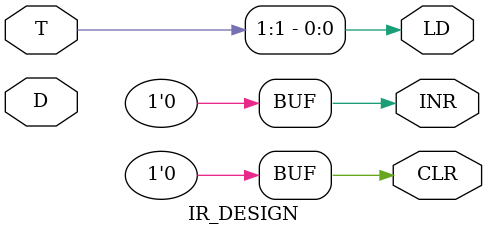
<source format=v>
`timescale 1ns / 1ps


module IR_DESIGN(D,T,CLR,INR,LD);

    input [7:0] D;
    input [5:0] T;
    output LD,INR,CLR;
    
   assign LD = T[1];
   assign INR=0;
   assign CLR=0;
endmodule

</source>
